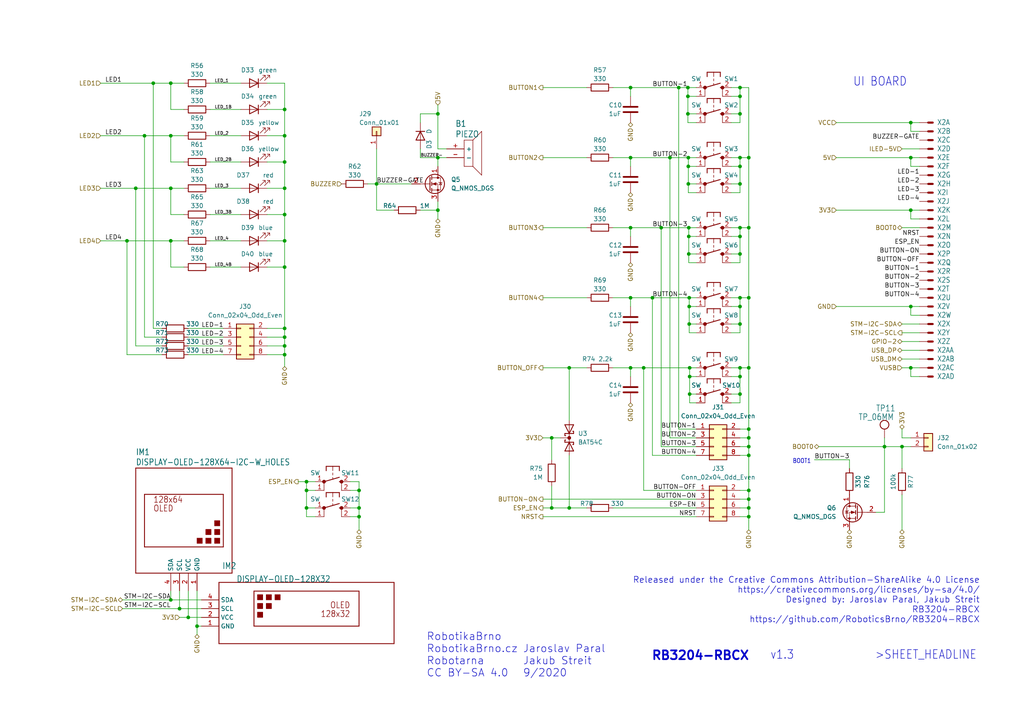
<source format=kicad_sch>
(kicad_sch (version 20211123) (generator eeschema)
  (paper "A4")
  (junction (at 57.15 181.61))
  (junction (at 104.14 149.86))
  (junction (at 217.17 66.04))
  (junction (at 182.88 25.4))
  (junction (at 182.88 106.68))
  (junction (at 256.54 129.54))
  (junction (at 214.63 27.94))
  (junction (at 214.63 33.02))
  (junction (at 191.77 66.04))
  (junction (at 189.23 86.36))
  (junction (at 199.517 25.4))
  (junction (at 199.771 68.58))
  (junction (at 82.55 100.33))
  (junction (at 217.17 142.24))
  (junction (at 165.1 147.32))
  (junction (at 200.025 109.22))
  (junction (at 217.17 86.36))
  (junction (at 199.898 88.9))
  (junction (at 199.898 93.98))
  (junction (at 82.55 102.87))
  (junction (at 88.9 147.32))
  (junction (at 214.63 86.36))
  (junction (at 196.85 25.4))
  (junction (at 182.88 66.04))
  (junction (at 82.55 31.75))
  (junction (at 214.63 48.26))
  (junction (at 165.1 106.68))
  (junction (at 200.025 114.3))
  (junction (at 199.644 53.34))
  (junction (at 82.55 54.61))
  (junction (at 104.14 147.32))
  (junction (at 82.55 77.47))
  (junction (at 39.37 54.61))
  (junction (at 214.63 66.04))
  (junction (at 264.16 88.9))
  (junction (at 36.83 69.85))
  (junction (at 49.53 173.99))
  (junction (at 200.025 106.68))
  (junction (at 199.771 73.66))
  (junction (at 109.22 53.34))
  (junction (at 82.55 97.79))
  (junction (at 214.63 45.72))
  (junction (at 127 60.96))
  (junction (at 214.63 88.9))
  (junction (at 199.644 48.26))
  (junction (at 186.69 106.68))
  (junction (at 182.88 45.72))
  (junction (at 217.17 106.68))
  (junction (at 214.63 68.58))
  (junction (at 88.9 139.7))
  (junction (at 214.63 114.3))
  (junction (at 199.517 27.94))
  (junction (at 82.55 46.99))
  (junction (at 217.17 132.08))
  (junction (at 199.898 86.36))
  (junction (at 41.91 39.37))
  (junction (at 214.63 53.34))
  (junction (at 217.17 144.78))
  (junction (at 214.63 106.68))
  (junction (at 82.55 39.37))
  (junction (at 127 33.02))
  (junction (at 264.16 35.56))
  (junction (at 49.53 54.61))
  (junction (at 82.55 69.85))
  (junction (at 264.16 45.72))
  (junction (at 52.07 176.53))
  (junction (at 199.517 33.02))
  (junction (at 82.55 62.23))
  (junction (at 49.53 24.13))
  (junction (at 217.17 147.32))
  (junction (at 264.16 60.96))
  (junction (at 49.53 69.85))
  (junction (at 104.14 142.24))
  (junction (at 44.45 24.13))
  (junction (at 194.31 45.72))
  (junction (at 88.9 142.24))
  (junction (at 160.02 127))
  (junction (at 264.16 106.68))
  (junction (at 49.53 39.37))
  (junction (at 214.63 73.66))
  (junction (at 214.63 25.4))
  (junction (at 217.17 129.54))
  (junction (at 199.771 66.04))
  (junction (at 127 45.72))
  (junction (at 160.02 147.32))
  (junction (at 217.17 127))
  (junction (at 261.62 129.54))
  (junction (at 217.17 149.86))
  (junction (at 182.88 86.36))
  (junction (at 54.61 179.07))
  (junction (at 217.17 45.72))
  (junction (at 214.63 109.22))
  (junction (at 199.644 45.72))
  (junction (at 217.17 124.46))
  (junction (at 214.63 93.98))
  (junction (at 82.55 95.25))
  (wire (pts (xy 182.88 66.04) (xy 191.77 66.04)))
  (wire (pts (xy 264.16 63.5) (xy 264.16 60.96)))
  (wire (pts (xy 109.22 53.34) (xy 119.38 53.34)))
  (wire (pts (xy 60.96 77.47) (xy 69.85 77.47)))
  (wire (pts (xy 60.96 54.61) (xy 69.85 54.61)))
  (wire (pts (xy 77.47 62.23) (xy 82.55 62.23)))
  (wire (pts (xy 182.88 86.36) (xy 189.23 86.36)))
  (wire (pts (xy 49.53 54.61) (xy 39.37 54.61)))
  (wire (pts (xy 212.09 33.02) (xy 214.63 33.02)))
  (wire (pts (xy 200.025 106.68) (xy 201.93 106.68)))
  (wire (pts (xy 170.18 106.68) (xy 165.1 106.68)))
  (wire (pts (xy 54.61 97.79) (xy 64.77 97.79)))
  (wire (pts (xy 60.96 31.75) (xy 69.85 31.75)))
  (wire (pts (xy 186.69 106.68) (xy 200.025 106.68)))
  (wire (pts (xy 186.69 142.24) (xy 201.93 142.24)))
  (wire (pts (xy 52.07 171.323) (xy 52.07 176.53)))
  (wire (pts (xy 77.47 46.99) (xy 82.55 46.99)))
  (wire (pts (xy 58.42 173.99) (xy 49.53 173.99)))
  (wire (pts (xy 214.63 73.66) (xy 214.63 68.58)))
  (wire (pts (xy 129.54 45.72) (xy 127 45.72)))
  (wire (pts (xy 199.517 35.56) (xy 199.517 33.02)))
  (wire (pts (xy 157.48 149.86) (xy 201.93 149.86)))
  (wire (pts (xy 266.7 48.26) (xy 264.16 48.26)))
  (wire (pts (xy 212.09 73.66) (xy 214.63 73.66)))
  (wire (pts (xy 212.09 48.26) (xy 214.63 48.26)))
  (wire (pts (xy 214.63 86.36) (xy 217.17 86.36)))
  (wire (pts (xy 214.63 45.72) (xy 217.17 45.72)))
  (wire (pts (xy 256.54 129.54) (xy 261.62 129.54)))
  (wire (pts (xy 101.6 142.24) (xy 104.14 142.24)))
  (wire (pts (xy 49.53 173.99) (xy 35.56 173.99)))
  (wire (pts (xy 191.77 129.54) (xy 191.77 66.04)))
  (wire (pts (xy 217.17 147.32) (xy 217.17 149.86)))
  (wire (pts (xy 201.93 27.94) (xy 199.517 27.94)))
  (wire (pts (xy 199.771 68.58) (xy 199.771 66.04)))
  (wire (pts (xy 191.77 129.54) (xy 201.93 129.54)))
  (wire (pts (xy 199.517 33.02) (xy 199.517 27.94)))
  (wire (pts (xy 217.17 45.72) (xy 217.17 66.04)))
  (wire (pts (xy 104.14 147.32) (xy 104.14 149.86)))
  (wire (pts (xy 39.37 54.61) (xy 39.37 100.33)))
  (wire (pts (xy 170.18 45.72) (xy 157.48 45.72)))
  (wire (pts (xy 264.16 109.22) (xy 264.16 106.68)))
  (wire (pts (xy 199.644 48.26) (xy 199.644 45.72)))
  (wire (pts (xy 88.9 139.7) (xy 86.487 139.7)))
  (wire (pts (xy 256.54 127) (xy 256.54 129.54)))
  (wire (pts (xy 109.22 60.96) (xy 109.22 53.34)))
  (wire (pts (xy 266.7 109.22) (xy 264.16 109.22)))
  (wire (pts (xy 77.47 54.61) (xy 82.55 54.61)))
  (wire (pts (xy 214.63 55.88) (xy 214.63 53.34)))
  (wire (pts (xy 242.57 60.96) (xy 264.16 60.96)))
  (wire (pts (xy 165.1 147.32) (xy 170.18 147.32)))
  (wire (pts (xy 214.63 53.34) (xy 214.63 48.26)))
  (wire (pts (xy 104.14 142.24) (xy 104.14 147.32)))
  (wire (pts (xy 82.55 39.37) (xy 82.55 46.99)))
  (wire (pts (xy 261.62 143.51) (xy 261.62 153.67)))
  (wire (pts (xy 212.09 96.52) (xy 214.63 96.52)))
  (wire (pts (xy 214.63 109.22) (xy 214.63 106.68)))
  (wire (pts (xy 54.61 171.323) (xy 54.61 179.07)))
  (wire (pts (xy 264.16 60.96) (xy 266.7 60.96)))
  (wire (pts (xy 121.92 60.96) (xy 127 60.96)))
  (wire (pts (xy 57.15 181.61) (xy 57.15 184.023)))
  (wire (pts (xy 186.69 142.24) (xy 186.69 106.68)))
  (wire (pts (xy 170.18 25.4) (xy 157.48 25.4)))
  (wire (pts (xy 261.62 129.54) (xy 264.16 129.54)))
  (wire (pts (xy 201.93 73.66) (xy 199.771 73.66)))
  (wire (pts (xy 36.83 69.85) (xy 29.21 69.85)))
  (wire (pts (xy 196.85 124.46) (xy 201.93 124.46)))
  (wire (pts (xy 41.91 39.37) (xy 29.21 39.37)))
  (wire (pts (xy 39.37 54.61) (xy 29.21 54.61)))
  (wire (pts (xy 266.7 93.98) (xy 261.62 93.98)))
  (wire (pts (xy 49.53 77.47) (xy 49.53 69.85)))
  (wire (pts (xy 264.16 91.44) (xy 264.16 88.9)))
  (wire (pts (xy 157.48 147.32) (xy 160.02 147.32)))
  (wire (pts (xy 82.55 77.47) (xy 82.55 95.25)))
  (wire (pts (xy 53.34 62.23) (xy 49.53 62.23)))
  (wire (pts (xy 49.53 171.323) (xy 49.53 173.99)))
  (wire (pts (xy 201.93 55.88) (xy 199.644 55.88)))
  (wire (pts (xy 199.771 66.04) (xy 201.93 66.04)))
  (wire (pts (xy 127 58.42) (xy 127 60.96)))
  (wire (pts (xy 242.57 35.56) (xy 264.16 35.56)))
  (wire (pts (xy 201.93 35.56) (xy 199.517 35.56)))
  (wire (pts (xy 236.22 133.35) (xy 246.38 133.35)))
  (wire (pts (xy 201.93 33.02) (xy 199.517 33.02)))
  (wire (pts (xy 266.7 106.68) (xy 264.16 106.68)))
  (wire (pts (xy 201.93 53.34) (xy 199.644 53.34)))
  (wire (pts (xy 266.7 99.06) (xy 261.62 99.06)))
  (wire (pts (xy 60.96 39.37) (xy 69.85 39.37)))
  (wire (pts (xy 196.85 124.46) (xy 196.85 25.4)))
  (wire (pts (xy 201.93 88.9) (xy 199.898 88.9)))
  (wire (pts (xy 199.644 55.88) (xy 199.644 53.34)))
  (wire (pts (xy 77.47 77.47) (xy 82.55 77.47)))
  (wire (pts (xy 217.17 132.08) (xy 217.17 142.24)))
  (wire (pts (xy 201.93 93.98) (xy 199.898 93.98)))
  (wire (pts (xy 101.6 139.7) (xy 104.14 139.7)))
  (wire (pts (xy 199.644 53.34) (xy 199.644 48.26)))
  (wire (pts (xy 121.92 45.72) (xy 127 45.72)))
  (wire (pts (xy 214.63 129.54) (xy 217.17 129.54)))
  (wire (pts (xy 212.09 55.88) (xy 214.63 55.88)))
  (wire (pts (xy 77.47 97.79) (xy 82.55 97.79)))
  (wire (pts (xy 264.16 106.68) (xy 261.62 106.68)))
  (wire (pts (xy 88.9 147.32) (xy 88.9 142.24)))
  (wire (pts (xy 194.31 127) (xy 201.93 127)))
  (wire (pts (xy 264.16 45.72) (xy 266.7 45.72)))
  (wire (pts (xy 77.47 102.87) (xy 82.55 102.87)))
  (wire (pts (xy 214.63 114.3) (xy 214.63 109.22)))
  (wire (pts (xy 199.644 45.72) (xy 201.93 45.72)))
  (wire (pts (xy 266.7 38.1) (xy 264.16 38.1)))
  (wire (pts (xy 212.09 76.2) (xy 214.63 76.2)))
  (wire (pts (xy 160.02 127) (xy 162.56 127)))
  (wire (pts (xy 217.17 66.04) (xy 217.17 86.36)))
  (wire (pts (xy 106.68 53.34) (xy 109.22 53.34)))
  (wire (pts (xy 165.1 121.92) (xy 165.1 106.68)))
  (wire (pts (xy 77.47 39.37) (xy 82.55 39.37)))
  (wire (pts (xy 214.63 116.84) (xy 214.63 114.3)))
  (wire (pts (xy 189.23 132.08) (xy 201.93 132.08)))
  (wire (pts (xy 201.93 48.26) (xy 199.644 48.26)))
  (wire (pts (xy 58.42 181.61) (xy 57.15 181.61)))
  (wire (pts (xy 200.025 109.22) (xy 200.025 106.68)))
  (wire (pts (xy 182.88 106.68) (xy 186.69 106.68)))
  (wire (pts (xy 157.48 106.68) (xy 165.1 106.68)))
  (wire (pts (xy 217.17 142.24) (xy 217.17 144.78)))
  (wire (pts (xy 82.55 69.85) (xy 82.55 77.47)))
  (wire (pts (xy 212.09 53.34) (xy 214.63 53.34)))
  (wire (pts (xy 182.88 27.94) (xy 182.88 25.4)))
  (wire (pts (xy 101.6 147.32) (xy 104.14 147.32)))
  (wire (pts (xy 182.88 48.26) (xy 182.88 45.72)))
  (wire (pts (xy 212.09 86.36) (xy 214.63 86.36)))
  (wire (pts (xy 82.55 24.13) (xy 82.55 31.75)))
  (wire (pts (xy 58.42 176.53) (xy 52.07 176.53)))
  (wire (pts (xy 53.34 77.47) (xy 49.53 77.47)))
  (wire (pts (xy 54.61 95.25) (xy 64.77 95.25)))
  (wire (pts (xy 121.92 33.02) (xy 127 33.02)))
  (wire (pts (xy 264.16 35.56) (xy 266.7 35.56)))
  (wire (pts (xy 217.17 106.68) (xy 217.17 124.46)))
  (wire (pts (xy 214.63 35.56) (xy 214.63 33.02)))
  (wire (pts (xy 157.48 144.78) (xy 201.93 144.78)))
  (wire (pts (xy 127 60.96) (xy 127 63.5)))
  (wire (pts (xy 217.17 25.4) (xy 217.17 45.72)))
  (wire (pts (xy 212.09 109.22) (xy 214.63 109.22)))
  (wire (pts (xy 214.63 66.04) (xy 217.17 66.04)))
  (wire (pts (xy 91.44 149.86) (xy 88.9 149.86)))
  (wire (pts (xy 127 33.02) (xy 127 43.18)))
  (wire (pts (xy 266.7 63.5) (xy 264.16 63.5)))
  (wire (pts (xy 177.8 25.4) (xy 182.88 25.4)))
  (wire (pts (xy 214.63 132.08) (xy 217.17 132.08)))
  (wire (pts (xy 214.63 27.94) (xy 214.63 25.4)))
  (wire (pts (xy 201.93 109.22) (xy 200.025 109.22)))
  (wire (pts (xy 53.34 39.37) (xy 49.53 39.37)))
  (wire (pts (xy 52.07 176.53) (xy 35.56 176.53)))
  (wire (pts (xy 170.18 86.36) (xy 157.48 86.36)))
  (wire (pts (xy 91.44 147.32) (xy 88.9 147.32)))
  (wire (pts (xy 214.63 25.4) (xy 217.17 25.4)))
  (wire (pts (xy 266.7 96.52) (xy 261.62 96.52)))
  (wire (pts (xy 82.55 46.99) (xy 82.55 54.61)))
  (wire (pts (xy 212.09 93.98) (xy 214.63 93.98)))
  (wire (pts (xy 264.16 38.1) (xy 264.16 35.56)))
  (wire (pts (xy 212.09 45.72) (xy 214.63 45.72)))
  (wire (pts (xy 54.61 100.33) (xy 64.77 100.33)))
  (wire (pts (xy 82.55 62.23) (xy 82.55 69.85)))
  (wire (pts (xy 49.53 39.37) (xy 41.91 39.37)))
  (wire (pts (xy 214.63 149.86) (xy 217.17 149.86)))
  (wire (pts (xy 212.09 106.68) (xy 214.63 106.68)))
  (wire (pts (xy 214.63 76.2) (xy 214.63 73.66)))
  (wire (pts (xy 44.45 24.13) (xy 29.21 24.13)))
  (wire (pts (xy 160.02 140.97) (xy 160.02 147.32)))
  (wire (pts (xy 165.1 132.08) (xy 165.1 147.32)))
  (wire (pts (xy 261.62 129.54) (xy 261.62 135.89)))
  (wire (pts (xy 177.8 45.72) (xy 182.88 45.72)))
  (wire (pts (xy 214.63 96.52) (xy 214.63 93.98)))
  (wire (pts (xy 104.14 139.7) (xy 104.14 142.24)))
  (wire (pts (xy 46.99 100.33) (xy 39.37 100.33)))
  (wire (pts (xy 160.02 147.32) (xy 165.1 147.32)))
  (wire (pts (xy 199.898 86.36) (xy 201.93 86.36)))
  (wire (pts (xy 177.8 106.68) (xy 182.88 106.68)))
  (wire (pts (xy 266.7 43.18) (xy 261.62 43.18)))
  (wire (pts (xy 82.55 31.75) (xy 82.55 39.37)))
  (wire (pts (xy 214.63 88.9) (xy 214.63 86.36)))
  (wire (pts (xy 53.34 24.13) (xy 49.53 24.13)))
  (wire (pts (xy 157.48 127) (xy 160.02 127)))
  (wire (pts (xy 266.7 101.6) (xy 261.62 101.6)))
  (wire (pts (xy 212.09 68.58) (xy 214.63 68.58)))
  (wire (pts (xy 199.898 93.98) (xy 199.898 88.9)))
  (wire (pts (xy 82.55 95.25) (xy 82.55 97.79)))
  (wire (pts (xy 212.09 35.56) (xy 214.63 35.56)))
  (wire (pts (xy 60.96 46.99) (xy 69.85 46.99)))
  (wire (pts (xy 49.53 31.75) (xy 49.53 24.13)))
  (wire (pts (xy 212.09 114.3) (xy 214.63 114.3)))
  (wire (pts (xy 201.93 114.3) (xy 200.025 114.3)))
  (wire (pts (xy 77.47 100.33) (xy 82.55 100.33)))
  (wire (pts (xy 160.02 133.35) (xy 160.02 127)))
  (wire (pts (xy 266.7 66.04) (xy 261.62 66.04)))
  (wire (pts (xy 254 148.59) (xy 256.54 148.59)))
  (wire (pts (xy 77.47 69.85) (xy 82.55 69.85)))
  (wire (pts (xy 82.55 100.33) (xy 82.55 102.87)))
  (wire (pts (xy 199.517 27.94) (xy 199.517 25.4)))
  (wire (pts (xy 54.61 102.87) (xy 64.77 102.87)))
  (wire (pts (xy 201.93 116.84) (xy 200.025 116.84)))
  (wire (pts (xy 214.63 147.32) (xy 217.17 147.32)))
  (wire (pts (xy 127 30.48) (xy 127 33.02)))
  (wire (pts (xy 212.09 27.94) (xy 214.63 27.94)))
  (wire (pts (xy 242.57 88.9) (xy 264.16 88.9)))
  (wire (pts (xy 182.88 106.68) (xy 182.88 109.22)))
  (wire (pts (xy 77.47 24.13) (xy 82.55 24.13)))
  (wire (pts (xy 201.93 68.58) (xy 199.771 68.58)))
  (wire (pts (xy 214.63 142.24) (xy 217.17 142.24)))
  (wire (pts (xy 60.96 62.23) (xy 69.85 62.23)))
  (wire (pts (xy 182.88 88.9) (xy 182.88 86.36)))
  (wire (pts (xy 200.025 114.3) (xy 200.025 109.22)))
  (wire (pts (xy 189.23 86.36) (xy 199.898 86.36)))
  (wire (pts (xy 217.17 86.36) (xy 217.17 106.68)))
  (wire (pts (xy 191.77 66.04) (xy 199.771 66.04)))
  (wire (pts (xy 177.8 66.04) (xy 182.88 66.04)))
  (wire (pts (xy 52.07 179.07) (xy 54.61 179.07)))
  (wire (pts (xy 170.18 66.04) (xy 157.48 66.04)))
  (wire (pts (xy 214.63 144.78) (xy 217.17 144.78)))
  (wire (pts (xy 104.14 149.86) (xy 104.14 153.67)))
  (wire (pts (xy 54.61 179.07) (xy 58.42 179.07)))
  (wire (pts (xy 214.63 33.02) (xy 214.63 27.94)))
  (wire (pts (xy 212.09 66.04) (xy 214.63 66.04)))
  (wire (pts (xy 53.34 69.85) (xy 49.53 69.85)))
  (wire (pts (xy 127 45.72) (xy 127 48.26)))
  (wire (pts (xy 200.025 116.84) (xy 200.025 114.3)))
  (wire (pts (xy 201.93 76.2) (xy 199.771 76.2)))
  (wire (pts (xy 194.31 127) (xy 194.31 45.72)))
  (wire (pts (xy 261.62 124.46) (xy 261.62 127)))
  (wire (pts (xy 121.92 33.02) (xy 121.92 35.56)))
  (wire (pts (xy 57.15 171.323) (xy 57.15 181.61)))
  (wire (pts (xy 44.45 24.13) (xy 44.45 95.25)))
  (wire (pts (xy 60.96 69.85) (xy 69.85 69.85)))
  (wire (pts (xy 246.38 133.35) (xy 246.38 135.89)))
  (wire (pts (xy 196.85 25.4) (xy 199.517 25.4)))
  (wire (pts (xy 266.7 104.14) (xy 261.62 104.14)))
  (wire (pts (xy 194.31 45.72) (xy 199.644 45.72)))
  (wire (pts (xy 109.22 60.96) (xy 114.3 60.96)))
  (wire (pts (xy 212.09 25.4) (xy 214.63 25.4)))
  (wire (pts (xy 121.92 43.18) (xy 121.92 45.72)))
  (wire (pts (xy 129.54 43.18) (xy 127 43.18)))
  (wire (pts (xy 82.55 97.79) (xy 82.55 100.33)))
  (wire (pts (xy 264.16 48.26) (xy 264.16 45.72)))
  (wire (pts (xy 182.88 25.4) (xy 196.85 25.4)))
  (wire (pts (xy 217.17 129.54) (xy 217.17 132.08)))
  (wire (pts (xy 266.7 91.44) (xy 264.16 91.44)))
  (wire (pts (xy 212.09 116.84) (xy 214.63 116.84)))
  (wire (pts (xy 91.44 139.7) (xy 88.9 139.7)))
  (wire (pts (xy 214.63 127) (xy 217.17 127)))
  (wire (pts (xy 201.93 96.52) (xy 199.898 96.52)))
  (wire (pts (xy 199.517 25.4) (xy 201.93 25.4)))
  (wire (pts (xy 46.99 102.87) (xy 36.83 102.87)))
  (wire (pts (xy 199.771 76.2) (xy 199.771 73.66)))
  (wire (pts (xy 217.17 124.46) (xy 217.17 127)))
  (wire (pts (xy 214.63 68.58) (xy 214.63 66.04)))
  (wire (pts (xy 53.34 31.75) (xy 49.53 31.75)))
  (wire (pts (xy 217.17 149.86) (xy 217.17 153.67)))
  (wire (pts (xy 36.83 69.85) (xy 36.83 102.87)))
  (wire (pts (xy 217.17 144.78) (xy 217.17 147.32)))
  (wire (pts (xy 237.49 129.54) (xy 256.54 129.54)))
  (wire (pts (xy 177.8 86.36) (xy 182.88 86.36)))
  (wire (pts (xy 49.53 69.85) (xy 36.83 69.85)))
  (wire (pts (xy 77.47 31.75) (xy 82.55 31.75)))
  (wire (pts (xy 264.16 88.9) (xy 266.7 88.9)))
  (wire (pts (xy 199.898 88.9) (xy 199.898 86.36)))
  (wire (pts (xy 46.99 97.79) (xy 41.91 97.79)))
  (wire (pts (xy 49.53 24.13) (xy 44.45 24.13)))
  (wire (pts (xy 182.88 45.72) (xy 194.31 45.72)))
  (wire (pts (xy 41.91 39.37) (xy 41.91 97.79)))
  (wire (pts (xy 53.34 46.99) (xy 49.53 46.99)))
  (wire (pts (xy 46.99 95.25) (xy 44.45 95.25)))
  (wire (pts (xy 217.17 127) (xy 217.17 129.54)))
  (wire (pts (xy 214.63 106.68) (xy 217.17 106.68)))
  (wire (pts (xy 182.88 68.58) (xy 182.88 66.04)))
  (wire (pts (xy 49.53 46.99) (xy 49.53 39.37)))
  (wire (pts (xy 101.6 149.86) (xy 104.14 149.86)))
  (wire (pts (xy 49.53 62.23) (xy 49.53 54.61)))
  (wire (pts (xy 53.34 54.61) (xy 49.53 54.61)))
  (wire (pts (xy 212.09 88.9) (xy 214.63 88.9)))
  (wire (pts (xy 214.63 48.26) (xy 214.63 45.72)))
  (wire (pts (xy 82.55 102.87) (xy 82.55 106.299)))
  (wire (pts (xy 256.54 148.59) (xy 256.54 129.54)))
  (wire (pts (xy 214.63 93.98) (xy 214.63 88.9)))
  (wire (pts (xy 109.22 53.34) (xy 109.22 43.18)))
  (wire (pts (xy 199.898 96.52) (xy 199.898 93.98)))
  (wire (pts (xy 242.57 45.72) (xy 264.16 45.72)))
  (wire (pts (xy 177.8 147.32) (xy 201.93 147.32)))
  (wire (pts (xy 189.23 132.08) (xy 189.23 86.36)))
  (wire (pts (xy 91.44 142.24) (xy 88.9 142.24)))
  (wire (pts (xy 82.55 54.61) (xy 82.55 62.23)))
  (wire (pts (xy 214.63 124.46) (xy 217.17 124.46)))
  (wire (pts (xy 88.9 147.32) (xy 88.9 149.86)))
  (wire (pts (xy 77.47 95.25) (xy 82.55 95.25)))
  (wire (pts (xy 199.771 73.66) (xy 199.771 68.58)))
  (wire (pts (xy 88.9 142.24) (xy 88.9 139.7)))
  (wire (pts (xy 60.96 24.13) (xy 69.85 24.13)))
  (wire (pts (xy 261.62 127) (xy 264.16 127)))
  (text "Released under the Creative Commons Attribution-ShareAlike 4.0 License\nhttps://creativecommons.org/licenses/by-sa/4.0/\nDesigned by: Jaroslav Paral, Jakub Streit\nRB3204-RBCX\nhttps://github.com/RoboticsBrno/RB3204-RBCX" (at 284.226 180.848 180) (effects (font (size 1.778 1.778)) (justify right bottom)))
  (text "BOOT1" (at 229.87 134.62 180) (effects (font (size 1.27 1.0795)) (justify left bottom)))
  (text "Jaroslav Paral\nJakub Streit\n9/2020" (at 151.638 196.596 180) (effects (font (size 2.1844 2.1844)) (justify left bottom)))
  (text ">SHEET_HEADLINE" (at 253.746 191.516 180) (effects (font (size 2.54 2.159)) (justify left bottom)))
  (text "UI BOARD" (at 247.396 25.273 180) (effects (font (size 2.54 2.159)) (justify left bottom)))
  (text "v1.3" (at 223.393 191.516 180) (effects (font (size 2.54 2.159)) (justify left bottom)))
  (text "RobotikaBrno\nRobotikaBrno.cz\nRobotarna\nCC BY-SA 4.0" (at 123.698 196.596 180) (effects (font (size 2.1844 2.1844)) (justify left bottom)))
  (text "RB3204-RBCX" (at 188.849 191.77 180) (effects (font (size 2.54 2.54) (thickness 0.508) bold) (justify left bottom)))
  (label "LED_3B" (at 62.23 62.23 0) (effects (font (size 0.889 0.889))))
  (label "BUTTON-1" (at 266.7 78.74 180))
  (label "NRST" (at 266.7 68.58 180))
  (label "LED4" (at 30.48 69.85 0))
  (label "LED_2B" (at 62.23 46.99 0) (effects (font (size 0.889 0.889))))
  (label "LED-3" (at 266.7 55.88 180))
  (label "BUTTON-4" (at 266.7 86.36 180))
  (label "LED-2" (at 58.42 97.79 0))
  (label "LED_2" (at 62.23 39.37 0) (effects (font (size 0.889 0.889))))
  (label "LED_3" (at 62.23 54.61 0) (effects (font (size 0.889 0.889))))
  (label "LED-4" (at 58.42 102.87 0))
  (label "BUTTON-3" (at 189.23 66.04 0))
  (label "BUTTON-2" (at 266.7 81.28 180))
  (label "LED_4" (at 62.23 69.85 0) (effects (font (size 0.889 0.889))))
  (label "BUZZER-GATE" (at 266.7 40.64 180))
  (label "BUZZER-GATE" (at 109.22 53.34 0))
  (label "BUTTON-2" (at 201.93 127 180))
  (label "BUTTON-2" (at 189.23 45.72 0))
  (label "LED-2" (at 266.7 53.34 180))
  (label "BUTTON-3" (at 201.93 129.54 180))
  (label "BUTTON-4" (at 189.23 86.36 0))
  (label "STM-I2C-SCL" (at 49.53 176.53 180))
  (label "LED-4" (at 266.7 58.42 180))
  (label "BUZZER-" (at 121.92 45.72 0) (effects (font (size 0.889 0.889))))
  (label "LED_4B" (at 62.23 77.47 0) (effects (font (size 0.889 0.889))))
  (label "LED_1B" (at 62.23 31.75 0) (effects (font (size 0.889 0.889))))
  (label "BUTTON-3" (at 266.7 83.82 180))
  (label "BUTTON-3" (at 236.22 133.35 0))
  (label "ESP_EN" (at 266.7 71.12 180))
  (label "LED2" (at 30.48 39.37 0))
  (label "ESP-EN" (at 201.93 147.32 180))
  (label "BUTTON-OFF" (at 201.93 142.24 180))
  (label "LED_1" (at 62.23 24.13 0) (effects (font (size 0.889 0.889))))
  (label "NRST" (at 201.93 149.86 180))
  (label "LED3" (at 30.48 54.61 0))
  (label "LED-1" (at 266.7 50.8 180))
  (label "BUTTON-OFF" (at 266.7 76.2 180))
  (label "STM-I2C-SDA" (at 49.53 173.99 180))
  (label "BUTTON-ON" (at 201.93 144.78 180))
  (label "LED1" (at 30.48 24.13 0))
  (label "BUTTON-ON" (at 266.7 73.66 180))
  (label "LED-3" (at 58.42 100.33 0))
  (label "BUTTON-1" (at 189.23 25.4 0))
  (label "LED-1" (at 58.42 95.25 0))
  (label "BUTTON-1" (at 201.93 124.46 180))
  (label "BUTTON-4" (at 201.93 132.08 180))
  (hierarchical_label "BUTTON3" (shape output) (at 157.48 66.04 180))
  (hierarchical_label "GND" (shape bidirectional) (at 182.88 35.56 270))
  (hierarchical_label "GND" (shape input) (at 242.57 88.9 180))
  (hierarchical_label "5V" (shape input) (at 127 30.48 90))
  (hierarchical_label "BUTTON4" (shape output) (at 157.48 86.36 180))
  (hierarchical_label "GND" (shape bidirectional) (at 261.62 153.67 270))
  (hierarchical_label "LED3" (shape input) (at 29.21 54.61 180))
  (hierarchical_label "USB_DM" (shape bidirectional) (at 261.62 104.14 180))
  (hierarchical_label "GND" (shape bidirectional) (at 217.17 153.67 270))
  (hierarchical_label "ILED-5V" (shape input) (at 261.62 43.18 180))
  (hierarchical_label "GND" (shape bidirectional) (at 127 63.5 270))
  (hierarchical_label "LED1" (shape input) (at 29.21 24.13 180))
  (hierarchical_label "BUTTON2" (shape output) (at 157.48 45.72 180))
  (hierarchical_label "GPIO-2" (shape bidirectional) (at 261.62 99.06 180))
  (hierarchical_label "BUTTON_OFF" (shape output) (at 157.48 106.68 180))
  (hierarchical_label "BUZZER" (shape input) (at 99.06 53.34 180))
  (hierarchical_label "3V3" (shape input) (at 157.48 127 180))
  (hierarchical_label "3V3" (shape input) (at 52.07 179.07 180))
  (hierarchical_label "GND" (shape bidirectional) (at 182.88 55.88 270))
  (hierarchical_label "ESP_EN" (shape output) (at 86.487 139.7 180))
  (hierarchical_label "LED4" (shape input) (at 29.21 69.85 180))
  (hierarchical_label "ESP_EN" (shape output) (at 157.48 147.32 180))
  (hierarchical_label "VUSB" (shape input) (at 261.62 106.68 180))
  (hierarchical_label "VCC" (shape input) (at 242.57 35.56 180))
  (hierarchical_label "BOOT0" (shape bidirectional) (at 237.49 129.54 180))
  (hierarchical_label "BUTTON1" (shape output) (at 157.48 25.4 180))
  (hierarchical_label "BUTTON-ON" (shape output) (at 157.48 144.78 180))
  (hierarchical_label "GND" (shape bidirectional) (at 182.88 96.52 270))
  (hierarchical_label "NRST" (shape output) (at 157.48 149.86 180))
  (hierarchical_label "5V" (shape input) (at 242.57 45.72 180))
  (hierarchical_label "GND" (shape bidirectional) (at 182.88 76.2 270))
  (hierarchical_label "LED2" (shape input) (at 29.21 39.37 180))
  (hierarchical_label "3V3" (shape input) (at 242.57 60.96 180))
  (hierarchical_label "GND" (shape bidirectional) (at 57.15 184.023 270))
  (hierarchical_label "STM-I2C-SDA" (shape bidirectional) (at 261.62 93.98 180))
  (hierarchical_label "GND" (shape bidirectional) (at 104.14 153.67 270))
  (hierarchical_label "GND" (shape bidirectional) (at 82.55 106.299 270))
  (hierarchical_label "GND" (shape bidirectional) (at 246.38 153.67 270))
  (hierarchical_label "3V3" (shape bidirectional) (at 261.62 124.46 90))
  (hierarchical_label "STM-I2C-SDA" (shape bidirectional) (at 35.56 173.99 180))
  (hierarchical_label "STM-I2C-SCL" (shape output) (at 261.62 96.52 180))
  (hierarchical_label "USB_DP" (shape bidirectional) (at 261.62 101.6 180))
  (hierarchical_label "STM-I2C-SCL" (shape input) (at 35.56 176.53 180))
  (hierarchical_label "BOOT0" (shape bidirectional) (at 261.62 66.04 180))
  (hierarchical_label "GND" (shape bidirectional) (at 182.88 116.84 270))
  (symbol (lib_id "RBCX-eagle-import:52559-3092") (at 269.24 88.9 0) (unit 22)
    (property "Reference" "X2" (at 271.78 89.662 0) (effects (font (size 1.524 1.2954)) (justify left bottom)))
    (property "Value" "52559-3092" (effects hide))
    (property "Footprint" "RBCX:52559-3092" (effects hide))
    (property "JLCPCB_IGNORE" "1" (effects hide))
  )
  (symbol (lib_id "RBCX-eagle-import:52559-3092") (at 269.24 43.18 0) (unit 4)
    (property "Reference" "X2" (at 271.78 43.942 0) (effects (font (size 1.524 1.2954)) (justify left bottom)))
    (property "Value" "52559-3092" (effects hide))
    (property "Footprint" "RBCX:52559-3092" (effects hide))
    (property "JLCPCB_IGNORE" "1" (effects hide))
  )
  (symbol (lib_id "RBCX:SW") (at 207.01 53.34 270) (unit 1)
    (property "Reference" "SW4" (at 212.09 50.8 90))
    (property "Value" "SW" (at 201.93 50.8 90))
    (property "Footprint" "RBCX:SW" (effects hide))
    (property "Datasheet" "https://datasheet.lcsc.com/lcsc/2002271431_XKB-Connectivity-TS-1187A-B-A-B_C318884.pdf" (effects hide))
    (property "LCSC" "C318884" (effects hide))
    (property "Basic/Extended" "B" (effects hide))
  )
  (symbol (lib_id "RBCX-eagle-import:52559-3092") (at 269.24 58.42 0) (unit 10)
    (property "Reference" "X2" (at 271.78 59.182 0) (effects (font (size 1.524 1.2954)) (justify left bottom)))
    (property "Value" "52559-3092" (effects hide))
    (property "Footprint" "RBCX:52559-3092" (effects hide))
    (property "JLCPCB_IGNORE" "1" (effects hide))
  )
  (symbol (lib_id "Connector_Generic:Conn_01x01") (at 109.22 38.1 90) (unit 1)
    (property "Reference" "J29" (at 104.14 33.02 90) (effects (justify right)))
    (property "Value" "Conn_01x01" (at 104.14 35.56 90) (effects (justify right)))
    (property "Footprint" "Connector_PinSocket_2.54mm:PinSocket_1x01_P2.54mm_Vertical" (effects hide))
    (property "JLCPCB_IGNORE" "1" (effects hide))
  )
  (symbol (lib_id "RBCX:SW") (at 207.01 73.66 270) (unit 1)
    (property "Reference" "SW6" (at 212.09 71.12 90))
    (property "Value" "SW" (at 201.93 71.12 90))
    (property "Footprint" "RBCX:SW" (effects hide))
    (property "Datasheet" "https://datasheet.lcsc.com/lcsc/2002271431_XKB-Connectivity-TS-1187A-B-A-B_C318884.pdf" (effects hide))
    (property "LCSC" "C318884" (effects hide))
    (property "Basic/Extended" "B" (effects hide))
  )
  (symbol (lib_id "RBCX-eagle-import:52559-3092") (at 269.24 83.82 0) (unit 20)
    (property "Reference" "X2" (at 271.78 84.582 0) (effects (font (size 1.524 1.2954)) (justify left bottom)))
    (property "Value" "52559-3092" (effects hide))
    (property "Footprint" "RBCX:52559-3092" (effects hide))
    (property "JLCPCB_IGNORE" "1" (effects hide))
  )
  (symbol (lib_id "RBCX-eagle-import:52559-3092") (at 269.24 55.88 0) (unit 9)
    (property "Reference" "X2" (at 271.78 56.642 0) (effects (font (size 1.524 1.2954)) (justify left bottom)))
    (property "Value" "52559-3092" (effects hide))
    (property "Footprint" "RBCX:52559-3092" (effects hide))
    (property "JLCPCB_IGNORE" "1" (effects hide))
  )
  (symbol (lib_id "Device:R") (at 57.15 54.61 90) (unit 1)
    (property "Reference" "R63" (at 57.15 49.53 90))
    (property "Value" "330" (at 57.15 52.07 90))
    (property "Footprint" "Capacitor_SMD:C_0201_0603Metric" (effects hide))
    (property "LCSC" "C473445" (effects hide))
    (property "Basic/Extended" "E" (effects hide))
  )
  (symbol (lib_id "Device:R") (at 102.87 53.34 90) (unit 1)
    (property "Reference" "R62" (at 102.87 48.26 90))
    (property "Value" "330" (at 102.87 50.8 90))
    (property "Footprint" "Capacitor_SMD:C_0201_0603Metric" (effects hide))
    (property "LCSC" "C473445" (effects hide))
    (property "Basic/Extended" "E" (effects hide))
  )
  (symbol (lib_id "Device:LED") (at 73.66 54.61 180) (unit 1)
    (property "Reference" "D37" (at 68.58 50.8 0) (effects (justify right)))
    (property "Value" "red" (at 76.2 50.8 0) (effects (justify right)))
    (property "Footprint" "LED_SMD:LED_0603_1608Metric" (effects hide))
    (property "LCSC" "C2286" (effects hide))
    (property "Basic/Extended" "B" (effects hide))
  )
  (symbol (lib_id "RBCX-eagle-import:52559-3092") (at 269.24 60.96 0) (unit 11)
    (property "Reference" "X2" (at 271.78 61.722 0) (effects (font (size 1.524 1.2954)) (justify left bottom)))
    (property "Value" "52559-3092" (effects hide))
    (property "Footprint" "RBCX:52559-3092" (effects hide))
    (property "JLCPCB_IGNORE" "1" (effects hide))
  )
  (symbol (lib_id "Device:R") (at 246.38 139.7 0) (mirror x) (unit 1)
    (property "Reference" "R76" (at 251.46 139.7 90))
    (property "Value" "330" (at 248.92 139.7 90))
    (property "Footprint" "Capacitor_SMD:C_0201_0603Metric" (effects hide))
    (property "LCSC" "C473445" (effects hide))
    (property "Basic/Extended" "E" (effects hide))
  )
  (symbol (lib_id "Device:LED") (at 73.66 77.47 180) (unit 1)
    (property "Reference" "D40" (at 69.85 73.66 0) (effects (justify right)))
    (property "Value" "blue" (at 74.93 73.66 0) (effects (justify right)))
    (property "Footprint" "LED_SMD:LED_0603_1608Metric" (effects hide))
    (property "LCSC" "C72041" (effects hide))
    (property "Basic/Extended" "B" (effects hide))
  )
  (symbol (lib_id "Device:C") (at 182.88 72.39 0) (unit 1)
    (property "Reference" "C12" (at 176.53 71.12 0) (effects (justify left)))
    (property "Value" "1uF" (at 176.53 73.66 0) (effects (justify left)))
    (property "Footprint" "Resistor_SMD:R_0402_1005Metric" (effects hide))
    (property "LCSC" "C52923" (effects hide))
    (property "Basic/Extended" "B" (effects hide))
  )
  (symbol (lib_id "RBCX-eagle-import:52559-3092") (at 269.24 78.74 0) (unit 18)
    (property "Reference" "X2" (at 271.78 79.502 0) (effects (font (size 1.524 1.2954)) (justify left bottom)))
    (property "Value" "52559-3092" (effects hide))
    (property "Footprint" "RBCX:52559-3092" (effects hide))
    (property "JLCPCB_IGNORE" "1" (effects hide))
  )
  (symbol (lib_id "RBCX:SW") (at 207.01 106.68 270) (unit 1)
    (property "Reference" "SW9" (at 212.09 104.14 90))
    (property "Value" "SW" (at 201.93 104.14 90))
    (property "Footprint" "RBCX:SW" (effects hide))
    (property "Datasheet" "https://datasheet.lcsc.com/lcsc/2002271431_XKB-Connectivity-TS-1187A-B-A-B_C318884.pdf" (effects hide))
    (property "LCSC" "C318884" (effects hide))
    (property "Basic/Extended" "B" (effects hide))
  )
  (symbol (lib_id "Connector_Generic:Conn_02x04_Odd_Even") (at 207.01 144.78 0) (unit 1)
    (property "Reference" "J33" (at 208.28 135.89 0))
    (property "Value" "Conn_02x04_Odd_Even" (at 208.28 138.43 0))
    (property "Footprint" "RBCX:PinHeader_2x04_P2.54mm_Vertical" (effects hide))
    (property "LCSC" "C124386" (effects hide))
    (property "Basic/Extended" "E" (effects hide))
    (property "JLCPCB_CORRECTION" "1.27;-3.81;90" (effects hide))
  )
  (symbol (lib_id "RBCX:SW") (at 207.01 93.98 270) (unit 1)
    (property "Reference" "SW8" (at 212.09 91.44 90))
    (property "Value" "SW" (at 201.93 91.44 90))
    (property "Footprint" "RBCX:SW" (effects hide))
    (property "Datasheet" "https://datasheet.lcsc.com/lcsc/2002271431_XKB-Connectivity-TS-1187A-B-A-B_C318884.pdf" (effects hide))
    (property "LCSC" "C318884" (effects hide))
    (property "Basic/Extended" "B" (effects hide))
  )
  (symbol (lib_id "Device:R") (at 160.02 137.16 0) (mirror y) (unit 1)
    (property "Reference" "R75" (at 157.48 135.8899 0) (effects (justify left)))
    (property "Value" "1M" (at 157.48 138.4299 0) (effects (justify left)))
    (property "Footprint" "Resistor_SMD:R_0201_0603Metric" (effects hide))
    (property "LCSC" "C473482" (effects hide))
    (property "Basic/Extended" "E" (effects hide))
  )
  (symbol (lib_id "RBCX-eagle-import:52559-3092") (at 269.24 35.56 0) (unit 1)
    (property "Reference" "X2" (at 271.78 36.322 0) (effects (font (size 1.524 1.2954)) (justify left bottom)))
    (property "Value" "52559-3092" (effects hide))
    (property "Footprint" "RBCX:52559-3092" (effects hide))
    (property "JLCPCB_IGNORE" "1" (effects hide))
  )
  (symbol (lib_id "Device:C") (at 182.88 92.71 0) (unit 1)
    (property "Reference" "C13" (at 176.53 91.44 0) (effects (justify left)))
    (property "Value" "1uF" (at 176.53 93.98 0) (effects (justify left)))
    (property "Footprint" "Resistor_SMD:R_0402_1005Metric" (effects hide))
    (property "LCSC" "C52923" (effects hide))
    (property "Basic/Extended" "B" (effects hide))
  )
  (symbol (lib_id "Device:R") (at 50.8 102.87 90) (unit 1)
    (property "Reference" "R73" (at 46.99 101.6 90))
    (property "Value" "330" (at 55.88 101.6 90))
    (property "Footprint" "Capacitor_SMD:C_0201_0603Metric" (effects hide))
    (property "LCSC" "C473445" (effects hide))
    (property "Basic/Extended" "E" (effects hide))
  )
  (symbol (lib_id "Device:C") (at 182.88 31.75 0) (unit 1)
    (property "Reference" "C10" (at 176.53 30.48 0) (effects (justify left)))
    (property "Value" "1uF" (at 176.53 33.02 0) (effects (justify left)))
    (property "Footprint" "Resistor_SMD:R_0402_1005Metric" (effects hide))
    (property "LCSC" "C52923" (effects hide))
    (property "Basic/Extended" "B" (effects hide))
  )
  (symbol (lib_id "Device:Q_NMOS_DGS") (at 248.92 148.59 0) (mirror y) (unit 1)
    (property "Reference" "Q6" (at 242.57 147.3199 0) (effects (justify left)))
    (property "Value" "Q_NMOS_DGS" (at 242.57 149.86 0) (effects (justify left)))
    (property "Footprint" "Package_TO_SOT_SMD:SOT-723" (effects hide))
    (property "Datasheet" "https://datasheet.lcsc.com/lcsc/2004141706_Jiangsu-Changjing-Electronics-Technology-Co---Ltd--2SK3541_C504051.pdf" (effects hide))
    (property "LCSC" "C504051" (effects hide))
    (property "Basic/Extended" "E" (effects hide))
    (property "JLCPCB_CORRECTION" "0;0;180" (effects hide))
  )
  (symbol (lib_id "RBCX-eagle-import:52559-3092") (at 269.24 76.2 0) (unit 17)
    (property "Reference" "X2" (at 271.78 76.962 0) (effects (font (size 1.524 1.2954)) (justify left bottom)))
    (property "Value" "52559-3092" (effects hide))
    (property "Footprint" "RBCX:52559-3092" (effects hide))
    (property "JLCPCB_IGNORE" "1" (effects hide))
  )
  (symbol (lib_id "RBCX:SW") (at 207.01 45.72 270) (unit 1)
    (property "Reference" "SW3" (at 212.09 43.18 90))
    (property "Value" "SW" (at 201.93 43.18 90))
    (property "Footprint" "RBCX:SW" (effects hide))
    (property "Datasheet" "https://datasheet.lcsc.com/lcsc/2002271431_XKB-Connectivity-TS-1187A-B-A-B_C318884.pdf" (effects hide))
    (property "LCSC" "C318884" (effects hide))
    (property "Basic/Extended" "B" (effects hide))
  )
  (symbol (lib_id "RBCX-eagle-import:52559-3092") (at 269.24 40.64 0) (unit 3)
    (property "Reference" "X2" (at 271.78 41.402 0) (effects (font (size 1.524 1.2954)) (justify left bottom)))
    (property "Value" "52559-3092" (effects hide))
    (property "Footprint" "RBCX:52559-3092" (effects hide))
    (property "JLCPCB_IGNORE" "1" (effects hide))
  )
  (symbol (lib_id "RBCX-eagle-import:52559-3092") (at 269.24 73.66 0) (unit 16)
    (property "Reference" "X2" (at 271.78 74.422 0) (effects (font (size 1.524 1.2954)) (justify left bottom)))
    (property "Value" "52559-3092" (effects hide))
    (property "Footprint" "RBCX:52559-3092" (effects hide))
    (property "JLCPCB_IGNORE" "1" (effects hide))
  )
  (symbol (lib_id "RBCX-eagle-import:DISPLAY-OLED-128X32") (at 88.9 176.53 0) (unit 1)
    (property "Reference" "IM2" (at 68.58 165.1 0) (effects (font (size 1.778 1.5113)) (justify right bottom)))
    (property "Value" "DISPLAY-OLED-128X32" (at 68.58 168.91 0) (effects (font (size 1.778 1.5113)) (justify left bottom)))
    (property "Footprint" "RBCX:DISPLAY-OLED-128X32" (effects hide))
    (property "JLCPCB_IGNORE" "1" (effects hide))
  )
  (symbol (lib_id "RBCX-eagle-import:52559-3092") (at 269.24 38.1 0) (unit 2)
    (property "Reference" "X2" (at 271.78 38.862 0) (effects (font (size 1.524 1.2954)) (justify left bottom)))
    (property "Value" "52559-3092" (effects hide))
    (property "Footprint" "RBCX:52559-3092" (effects hide))
    (property "JLCPCB_IGNORE" "1" (effects hide))
  )
  (symbol (lib_id "RBCX-eagle-import:PIEZO") (at 134.62 48.26 0) (unit 1)
    (property "Reference" "B1" (at 132.08 36.83 0) (effects (font (size 1.778 1.5113)) (justify left bottom)))
    (property "Value" "PIEZO" (at 132.08 39.878 0) (effects (font (size 1.778 1.5113)) (justify left bottom)))
    (property "Footprint" "RBCX:PIEZO" (effects hide))
    (property "Datasheet" "https://datasheet.lcsc.com/lcsc/1811141138_Jiangsu-Huaneng-Elec-HNB09A05_C96493.pdf" (effects hide))
    (property "LCSC" "C96493" (effects hide))
    (property "Basic/Extended" "E" (effects hide))
    (property "JLCPCB_CORRECTION" "0;0;90" (effects hide))
  )
  (symbol (lib_id "Connector_Generic:Conn_02x04_Odd_Even") (at 207.01 127 0) (unit 1)
    (property "Reference" "J31" (at 208.28 118.11 0))
    (property "Value" "Conn_02x04_Odd_Even" (at 208.28 120.65 0))
    (property "Footprint" "RBCX:PinHeader_2x04_P2.54mm_Vertical" (effects hide))
    (property "LCSC" "C124386" (effects hide))
    (property "Basic/Extended" "E" (effects hide))
    (property "JLCPCB_CORRECTION" "1.27;-3.81;90" (effects hide))
  )
  (symbol (lib_id "Device:R") (at 50.8 95.25 90) (unit 1)
    (property "Reference" "R70" (at 46.99 93.98 90))
    (property "Value" "330" (at 55.88 93.98 90))
    (property "Footprint" "Capacitor_SMD:C_0201_0603Metric" (effects hide))
    (property "LCSC" "C473445" (effects hide))
    (property "Basic/Extended" "E" (effects hide))
  )
  (symbol (lib_id "RBCX:SW") (at 207.01 33.02 270) (unit 1)
    (property "Reference" "SW2" (at 212.09 30.48 90))
    (property "Value" "SW" (at 201.93 30.48 90))
    (property "Footprint" "RBCX:SW" (effects hide))
    (property "Datasheet" "https://datasheet.lcsc.com/lcsc/2002271431_XKB-Connectivity-TS-1187A-B-A-B_C318884.pdf" (effects hide))
    (property "LCSC" "C318884" (effects hide))
    (property "Basic/Extended" "B" (effects hide))
  )
  (symbol (lib_id "Device:C") (at 182.88 52.07 0) (unit 1)
    (property "Reference" "C11" (at 176.53 50.8 0) (effects (justify left)))
    (property "Value" "1uF" (at 176.53 53.34 0) (effects (justify left)))
    (property "Footprint" "Resistor_SMD:R_0402_1005Metric" (effects hide))
    (property "LCSC" "C52923" (effects hide))
    (property "Basic/Extended" "B" (effects hide))
  )
  (symbol (lib_id "Device:R") (at 57.15 46.99 90) (unit 1)
    (property "Reference" "R61" (at 57.15 41.91 90))
    (property "Value" "330" (at 57.15 44.45 90))
    (property "Footprint" "Capacitor_SMD:C_0201_0603Metric" (effects hide))
    (property "LCSC" "C473445" (effects hide))
    (property "Basic/Extended" "E" (effects hide))
  )
  (symbol (lib_id "RBCX:SW") (at 96.52 147.32 270) (unit 1)
    (property "Reference" "SW12" (at 101.6 144.78 90))
    (property "Value" "SW" (at 91.44 144.78 90))
    (property "Footprint" "RBCX:SW" (effects hide))
    (property "Datasheet" "https://datasheet.lcsc.com/lcsc/2002271431_XKB-Connectivity-TS-1187A-B-A-B_C318884.pdf" (effects hide))
    (property "LCSC" "C318884" (effects hide))
    (property "Basic/Extended" "B" (effects hide))
  )
  (symbol (lib_id "Device:R") (at 173.99 147.32 90) (unit 1)
    (property "Reference" "R78" (at 170.18 146.05 90))
    (property "Value" "330" (at 179.07 146.05 90))
    (property "Footprint" "Capacitor_SMD:C_0201_0603Metric" (effects hide))
    (property "LCSC" "C473445" (effects hide))
    (property "Basic/Extended" "E" (effects hide))
  )
  (symbol (lib_id "RBCX-eagle-import:52559-3092") (at 269.24 109.22 0) (unit 30)
    (property "Reference" "X2" (at 271.78 109.982 0) (effects (font (size 1.524 1.2954)) (justify left bottom)))
    (property "Value" "52559-3092" (effects hide))
    (property "Footprint" "RBCX:52559-3092" (effects hide))
    (property "JLCPCB_IGNORE" "1" (effects hide))
  )
  (symbol (lib_id "Device:R") (at 173.99 106.68 90) (unit 1)
    (property "Reference" "R74" (at 172.72 104.14 90) (effects (justify left)))
    (property "Value" "2.2k" (at 177.8 104.14 90) (effects (justify left)))
    (property "Footprint" "Resistor_SMD:R_0201_0603Metric" (effects hide))
    (property "LCSC" "C142018" (effects hide))
    (property "Basic/Extended" "E" (effects hide))
  )
  (symbol (lib_id "RBCX-eagle-import:TP_06MM") (at 256.54 127 0) (unit 1)
    (property "Reference" "TP11" (at 254 119.38 0) (effects (font (size 1.778 1.5113)) (justify left bottom)))
    (property "Value" "TP_06MM" (at 248.92 121.92 0) (effects (font (size 1.778 1.5113)) (justify left bottom)))
    (property "Footprint" "RBCX:TP_06MM" (effects hide))
    (property "JLCPCB_IGNORE" "1" (effects hide))
  )
  (symbol (lib_id "RBCX-eagle-import:52559-3092") (at 269.24 86.36 0) (unit 21)
    (property "Reference" "X2" (at 271.78 87.122 0) (effects (font (size 1.524 1.2954)) (justify left bottom)))
    (property "Value" "52559-3092" (effects hide))
    (property "Footprint" "RBCX:52559-3092" (effects hide))
    (property "JLCPCB_IGNORE" "1" (effects hide))
  )
  (symbol (lib_id "Device:D") (at 121.92 39.37 270) (unit 1)
    (property "Reference" "D3" (at 124.46 41.91 0))
    (property "Value" "D" (at 124.46 38.1 0))
    (property "Footprint" "Diode_SMD:D_SOD-523" (effects hide))
    (property "Datasheet" "https://datasheet.lcsc.com/lcsc/1809200051_Jiangsu-Changjing-Electronics-Technology-Co---Ltd--1N4148WT-T4_C68948.pdf" (effects hide))
    (property "LCSC" "C68948" (effects hide))
    (property "Basic/Extended" "E" (effects hide))
  )
  (symbol (lib_id "Device:LED") (at 73.66 46.99 180) (unit 1)
    (property "Reference" "D36" (at 69.85 43.18 0) (effects (justify right)))
    (property "Value" "yellow" (at 74.93 43.18 0) (effects (justify right)))
    (property "Footprint" "LED_SMD:LED_0603_1608Metric" (effects hide))
    (property "LCSC" "C72038" (effects hide))
    (property "Basic/Extended" "B" (effects hide))
  )
  (symbol (lib_id "Device:LED") (at 73.66 62.23 180) (unit 1)
    (property "Reference" "D38" (at 68.58 58.42 0) (effects (justify right)))
    (property "Value" "red" (at 76.2 58.42 0) (effects (justify right)))
    (property "Footprint" "LED_SMD:LED_0603_1608Metric" (effects hide))
    (property "LCSC" "C2286" (effects hide))
    (property "Basic/Extended" "B" (effects hide))
  )
  (symbol (lib_id "Connector_Generic:Conn_02x04_Odd_Even") (at 69.85 97.79 0) (unit 1)
    (property "Reference" "J30" (at 71.12 88.9 0))
    (property "Value" "Conn_02x04_Odd_Even" (at 71.12 91.44 0))
    (property "Footprint" "RBCX:PinHeader_2x04_P2.54mm_Vertical" (effects hide))
    (property "LCSC" "C124386" (effects hide))
    (property "Basic/Extended" "E" (effects hide))
    (property "JLCPCB_CORRECTION" "1.27;-3.81;90" (effects hide))
  )
  (symbol (lib_id "Device:R") (at 57.15 69.85 90) (unit 1)
    (property "Reference" "R67" (at 57.15 64.77 90))
    (property "Value" "330" (at 57.15 67.31 90))
    (property "Footprint" "Capacitor_SMD:C_0201_0603Metric" (effects hide))
    (property "LCSC" "C473445" (effects hide))
    (property "Basic/Extended" "E" (effects hide))
  )
  (symbol (lib_id "RBCX:SW") (at 207.01 25.4 270) (unit 1)
    (property "Reference" "SW1" (at 212.09 22.86 90))
    (property "Value" "SW" (at 201.93 22.86 90))
    (property "Footprint" "RBCX:SW" (effects hide))
    (property "Datasheet" "https://datasheet.lcsc.com/lcsc/2002271431_XKB-Connectivity-TS-1187A-B-A-B_C318884.pdf" (effects hide))
    (property "LCSC" "C318884" (effects hide))
    (property "Basic/Extended" "B" (effects hide))
  )
  (symbol (lib_id "RBCX:SW") (at 96.52 139.7 270) (unit 1)
    (property "Reference" "SW11" (at 101.6 137.16 90))
    (property "Value" "SW" (at 91.44 137.16 90))
    (property "Footprint" "RBCX:SW" (effects hide))
    (property "Datasheet" "https://datasheet.lcsc.com/lcsc/2002271431_XKB-Connectivity-TS-1187A-B-A-B_C318884.pdf" (effects hide))
    (property "LCSC" "C318884" (effects hide))
    (property "Basic/Extended" "B" (effects hide))
  )
  (symbol (lib_id "Device:R") (at 50.8 100.33 90) (unit 1)
    (property "Reference" "R72" (at 46.99 99.06 90))
    (property "Value" "330" (at 55.88 99.06 90))
    (property "Footprint" "Capacitor_SMD:C_0201_0603Metric" (effects hide))
    (property "LCSC" "C473445" (effects hide))
    (property "Basic/Extended" "E" (effects hide))
  )
  (symbol (lib_id "RBCX-eagle-import:52559-3092") (at 269.24 63.5 0) (unit 12)
    (property "Reference" "X2" (at 271.78 64.262 0) (effects (font (size 1.524 1.2954)) (justify left bottom)))
    (property "Value" "52559-3092" (effects hide))
    (property "Footprint" "RBCX:52559-3092" (effects hide))
    (property "JLCPCB_IGNORE" "1" (effects hide))
  )
  (symbol (lib_id "RBCX-eagle-import:52559-3092") (at 269.24 93.98 0) (unit 24)
    (property "Reference" "X2" (at 271.78 94.742 0) (effects (font (size 1.524 1.2954)) (justify left bottom)))
    (property "Value" "52559-3092" (effects hide))
    (property "Footprint" "RBCX:52559-3092" (effects hide))
    (property "JLCPCB_IGNORE" "1" (effects hide))
  )
  (symbol (lib_id "RBCX-eagle-import:DISPLAY-OLED-128X64-I2C-W_HOLES") (at 52.07 151.003 180) (unit 1)
    (property "Reference" "IM1" (at 39.37 132.08 0) (effects (font (size 1.778 1.5113)) (justify right top)))
    (property "Value" "DISPLAY-OLED-128X64-I2C-W_HOLES" (at 39.37 135.001 0) (effects (font (size 1.778 1.5113)) (justify right top)))
    (property "Footprint" "RBCX:DISPLAY-OLED-128X64-I2C-W_HOLES" (effects hide))
    (property "JLCPCB_IGNORE" "1" (effects hide))
  )
  (symbol (lib_id "Device:R") (at 173.99 45.72 90) (unit 1)
    (property "Reference" "R60" (at 173.99 40.64 90))
    (property "Value" "330" (at 173.99 43.18 90))
    (property "Footprint" "Capacitor_SMD:C_0201_0603Metric" (effects hide))
    (property "LCSC" "C473445" (effects hide))
    (property "Basic/Extended" "E" (effects hide))
  )
  (symbol (lib_id "RBCX-eagle-import:52559-3092") (at 269.24 104.14 0) (unit 28)
    (property "Reference" "X2" (at 271.78 104.902 0) (effects (font (size 1.524 1.2954)) (justify left bottom)))
    (property "Value" "52559-3092" (effects hide))
    (property "Footprint" "RBCX:52559-3092" (effects hide))
    (property "JLCPCB_IGNORE" "1" (effects hide))
  )
  (symbol (lib_id "RBCX:SW") (at 207.01 86.36 270) (unit 1)
    (property "Reference" "SW7" (at 212.09 83.82 90))
    (property "Value" "SW" (at 201.93 83.82 90))
    (property "Footprint" "RBCX:SW" (effects hide))
    (property "Datasheet" "https://datasheet.lcsc.com/lcsc/2002271431_XKB-Connectivity-TS-1187A-B-A-B_C318884.pdf" (effects hide))
    (property "LCSC" "C318884" (effects hide))
    (property "Basic/Extended" "B" (effects hide))
  )
  (symbol (lib_id "RBCX-eagle-import:52559-3092") (at 269.24 106.68 0) (unit 29)
    (property "Reference" "X2" (at 271.78 107.442 0) (effects (font (size 1.524 1.2954)) (justify left bottom)))
    (property "Value" "52559-3092" (effects hide))
    (property "Footprint" "RBCX:52559-3092" (effects hide))
    (property "JLCPCB_IGNORE" "1" (effects hide))
  )
  (symbol (lib_id "Device:LED") (at 73.66 39.37 180) (unit 1)
    (property "Reference" "D35" (at 69.85 35.56 0) (effects (justify right)))
    (property "Value" "yellow" (at 74.93 35.56 0) (effects (justify right)))
    (property "Footprint" "LED_SMD:LED_0603_1608Metric" (effects hide))
    (property "LCSC" "C72038" (effects hide))
    (property "Basic/Extended" "B" (effects hide))
  )
  (symbol (lib_id "RBCX-eagle-import:52559-3092") (at 269.24 96.52 0) (unit 25)
    (property "Reference" "X2" (at 271.78 97.282 0) (effects (font (size 1.524 1.2954)) (justify left bottom)))
    (property "Value" "52559-3092" (effects hide))
    (property "Footprint" "RBCX:52559-3092" (effects hide))
    (property "JLCPCB_IGNORE" "1" (effects hide))
  )
  (symbol (lib_id "Device:R") (at 57.15 31.75 90) (unit 1)
    (property "Reference" "R58" (at 57.15 26.67 90))
    (property "Value" "330" (at 57.15 29.21 90))
    (property "Footprint" "Capacitor_SMD:C_0201_0603Metric" (effects hide))
    (property "LCSC" "C473445" (effects hide))
    (property "Basic/Extended" "E" (effects hide))
  )
  (symbol (lib_id "Device:R") (at 261.62 139.7 180) (unit 1)
    (property "Reference" "R77" (at 264.16 139.7 90))
    (property "Value" "100k" (at 259.08 139.7 90))
    (property "Footprint" "Capacitor_SMD:C_0201_0603Metric" (effects hide))
    (property "LCSC" "C270364" (effects hide))
    (property "Basic/Extended" "E" (effects hide))
  )
  (symbol (lib_id "Device:LED") (at 73.66 31.75 180) (unit 1)
    (property "Reference" "D34" (at 69.85 27.94 0) (effects (justify right)))
    (property "Value" "green" (at 74.93 27.94 0) (effects (justify right)))
    (property "Footprint" "LED_SMD:LED_0603_1608Metric" (effects hide))
    (property "LCSC" "C72043" (effects hide))
    (property "Basic/Extended" "B" (effects hide))
  )
  (symbol (lib_id "Device:R") (at 57.15 77.47 90) (unit 1)
    (property "Reference" "R68" (at 57.15 72.39 90))
    (property "Value" "330" (at 57.15 74.93 90))
    (property "Footprint" "Capacitor_SMD:C_0201_0603Metric" (effects hide))
    (property "LCSC" "C473445" (effects hide))
    (property "Basic/Extended" "E" (effects hide))
  )
  (symbol (lib_id "Device:R") (at 118.11 60.96 90) (mirror x) (unit 1)
    (property "Reference" "R64" (at 113.03 59.69 90))
    (property "Value" "1M" (at 123.19 59.69 90))
    (property "Footprint" "Resistor_SMD:R_0201_0603Metric" (effects hide))
    (property "LCSC" "C473482" (effects hide))
    (property "Basic/Extended" "E" (effects hide))
  )
  (symbol (lib_id "Device:R") (at 57.15 39.37 90) (unit 1)
    (property "Reference" "R59" (at 57.15 34.29 90))
    (property "Value" "330" (at 57.15 36.83 90))
    (property "Footprint" "Capacitor_SMD:C_0201_0603Metric" (effects hide))
    (property "LCSC" "C473445" (effects hide))
    (property "Basic/Extended" "E" (effects hide))
  )
  (symbol (lib_id "RBCX-eagle-import:52559-3092") (at 269.24 68.58 0) (unit 14)
    (property "Reference" "X2" (at 271.78 69.342 0) (effects (font (size 1.524 1.2954)) (justify left bottom)))
    (property "Value" "52559-3092" (effects hide))
    (property "Footprint" "RBCX:52559-3092" (effects hide))
    (property "JLCPCB_IGNORE" "1" (effects hide))
  )
  (symbol (lib_id "Device:R") (at 57.15 62.23 90) (unit 1)
    (property "Reference" "R65" (at 57.15 57.15 90))
    (property "Value" "330" (at 57.15 59.69 90))
    (property "Footprint" "Capacitor_SMD:C_0201_0603Metric" (effects hide))
    (property "LCSC" "C473445" (effects hide))
    (property "Basic/Extended" "E" (effects hide))
  )
  (symbol (lib_id "RBCX-eagle-import:52559-3092") (at 269.24 71.12 0) (unit 15)
    (property "Reference" "X2" (at 271.78 71.882 0) (effects (font (size 1.524 1.2954)) (justify left bottom)))
    (property "Value" "52559-3092" (effects hide))
    (property "Footprint" "RBCX:52559-3092" (effects hide))
    (property "JLCPCB_IGNORE" "1" (effects hide))
  )
  (symbol (lib_id "Device:R") (at 173.99 66.04 90) (unit 1)
    (property "Reference" "R66" (at 173.99 60.96 90))
    (property "Value" "330" (at 173.99 63.5 90))
    (property "Footprint" "Capacitor_SMD:C_0201_0603Metric" (effects hide))
    (property "LCSC" "C473445" (effects hide))
    (property "Basic/Extended" "E" (effects hide))
  )
  (symbol (lib_id "Device:R") (at 173.99 25.4 90) (unit 1)
    (property "Reference" "R57" (at 173.99 20.32 90))
    (property "Value" "330" (at 173.99 22.86 90))
    (property "Footprint" "Capacitor_SMD:C_0201_0603Metric" (effects hide))
    (property "LCSC" "C473445" (effects hide))
    (property "Basic/Extended" "E" (effects hide))
  )
  (symbol (lib_id "RBCX:BAT54C") (at 165.1 127 270) (unit 1)
    (property "Reference" "U3" (at 167.64 125.7299 90) (effects (justify left)))
    (property "Value" "BAT54C" (at 167.64 128.2699 90) (effects (justify left)))
    (property "Footprint" "Package_TO_SOT_SMD:SOT-323_SC-70" (effects hide))
    (property "Datasheet" "https://datasheet.lcsc.com/lcsc/1809221611_LRC-LBAT54CWT1G_C57891.pdf" (effects hide))
    (property "LCSC" "C57891" (effects hide))
    (property "Basic/Extended" "E" (effects hide))
    (property "JLCPCB_CORRECTION" "0;0;180" (effects hide))
  )
  (symbol (lib_id "RBCX-eagle-import:52559-3092") (at 269.24 66.04 0) (unit 13)
    (property "Reference" "X2" (at 271.78 66.802 0) (effects (font (size 1.524 1.2954)) (justify left bottom)))
    (property "Value" "52559-3092" (effects hide))
    (property "Footprint" "RBCX:52559-3092" (effects hide))
    (property "JLCPCB_IGNORE" "1" (effects hide))
  )
  (symbol (lib_id "Device:R") (at 173.99 86.36 90) (unit 1)
    (property "Reference" "R69" (at 173.99 81.28 90))
    (property "Value" "330" (at 173.99 83.82 90))
    (property "Footprint" "Capacitor_SMD:C_0201_0603Metric" (effects hide))
    (property "LCSC" "C473445" (effects hide))
    (property "Basic/Extended" "E" (effects hide))
  )
  (symbol (lib_id "RBCX-eagle-import:52559-3092") (at 269.24 48.26 0) (unit 6)
    (property "Reference" "X2" (at 271.78 49.022 0) (effects (font (size 1.524 1.2954)) (justify left bottom)))
    (property "Value" "52559-3092" (effects hide))
    (property "Footprint" "RBCX:52559-3092" (effects hide))
    (property "JLCPCB_IGNORE" "1" (effects hide))
  )
  (symbol (lib_id "Connector_Generic:Conn_01x02") (at 269.24 127 0) (unit 1)
    (property "Reference" "J32" (at 271.78 126.9999 0) (effects (justify left)))
    (property "Value" "Conn_01x02" (at 271.78 129.5399 0) (effects (justify left)))
    (property "Footprint" "RBCX:PinHeader_1x02_P2.54mm_Vertical" (effects hide))
    (property "LCSC" "C234182" (effects hide))
    (property "Basic/Extended" "E" (effects hide))
    (property "JLCPCB_CORRECTION" "0;-1.27;90" (effects hide))
  )
  (symbol (lib_id "Device:R") (at 50.8 97.79 90) (unit 1)
    (property "Reference" "R71" (at 46.99 96.52 90))
    (property "Value" "330" (at 55.88 96.52 90))
    (property "Footprint" "Capacitor_SMD:C_0201_0603Metric" (effects hide))
    (property "LCSC" "C473445" (effects hide))
    (property "Basic/Extended" "E" (effects hide))
  )
  (symbol (lib_id "RBCX-eagle-import:52559-3092") (at 269.24 45.72 0) (unit 5)
    (property "Reference" "X2" (at 271.78 46.482 0) (effects (font (size 1.524 1.2954)) (justify left bottom)))
    (property "Value" "52559-3092" (effects hide))
    (property "Footprint" "RBCX:52559-3092" (effects hide))
    (property "JLCPCB_IGNORE" "1" (effects hide))
  )
  (symbol (lib_id "RBCX-eagle-import:52559-3092") (at 269.24 50.8 0) (unit 7)
    (property "Reference" "X2" (at 271.78 51.562 0) (effects (font (size 1.524 1.2954)) (justify left bottom)))
    (property "Value" "52559-3092" (effects hide))
    (property "Footprint" "RBCX:52559-3092" (effects hide))
    (property "JLCPCB_IGNORE" "1" (effects hide))
  )
  (symbol (lib_id "RBCX-eagle-import:52559-3092") (at 269.24 101.6 0) (unit 27)
    (property "Reference" "X2" (at 271.78 102.362 0) (effects (font (size 1.524 1.2954)) (justify left bottom)))
    (property "Value" "52559-3092" (effects hide))
    (property "Footprint" "RBCX:52559-3092" (effects hide))
    (property "JLCPCB_IGNORE" "1" (effects hide))
  )
  (symbol (lib_id "Device:C") (at 182.88 113.03 0) (unit 1)
    (property "Reference" "C14" (at 176.53 111.76 0) (effects (justify left)))
    (property "Value" "1uF" (at 176.53 114.3 0) (effects (justify left)))
    (property "Footprint" "Resistor_SMD:R_0402_1005Metric" (effects hide))
    (property "LCSC" "C52923" (effects hide))
    (property "Basic/Extended" "B" (effects hide))
  )
  (symbol (lib_id "RBCX-eagle-import:52559-3092") (at 269.24 81.28 0) (unit 19)
    (property "Reference" "X2" (at 271.78 82.042 0) (effects (font (size 1.524 1.2954)) (justify left bottom)))
    (property "Value" "52559-3092" (effects hide))
    (property "Footprint" "RBCX:52559-3092" (effects hide))
    (property "JLCPCB_IGNORE" "1" (effects hide))
  )
  (symbol (lib_id "RBCX:SW") (at 207.01 66.04 270) (unit 1)
    (property "Reference" "SW5" (at 212.09 63.5 90))
    (property "Value" "SW" (at 201.93 63.5 90))
    (property "Footprint" "RBCX:SW" (effects hide))
    (property "Datasheet" "https://datasheet.lcsc.com/lcsc/2002271431_XKB-Connectivity-TS-1187A-B-A-B_C318884.pdf" (effects hide))
    (property "LCSC" "C318884" (effects hide))
    (property "Basic/Extended" "B" (effects hide))
  )
  (symbol (lib_id "Device:LED") (at 73.66 69.85 180) (unit 1)
    (property "Reference" "D39" (at 69.85 66.04 0) (effects (justify right)))
    (property "Value" "blue" (at 74.93 66.04 0) (effects (justify right)))
    (property "Footprint" "LED_SMD:LED_0603_1608Metric" (effects hide))
    (property "LCSC" "C72041" (effects hide))
    (property "Basic/Extended" "B" (effects hide))
  )
  (symbol (lib_id "RBCX:SW") (at 207.01 114.3 270) (unit 1)
    (property "Reference" "SW10" (at 212.09 111.76 90))
    (property "Value" "SW" (at 201.93 111.76 90))
    (property "Footprint" "RBCX:SW" (effects hide))
    (property "Datasheet" "https://datasheet.lcsc.com/lcsc/2002271431_XKB-Connectivity-TS-1187A-B-A-B_C318884.pdf" (effects hide))
    (property "LCSC" "C318884" (effects hide))
    (property "Basic/Extended" "B" (effects hide))
  )
  (symbol (lib_id "RBCX-eagle-import:52559-3092") (at 269.24 53.34 0) (unit 8)
    (property "Reference" "X2" (at 271.78 54.102 0) (effects (font (size 1.524 1.2954)) (justify left bottom)))
    (property "Value" "52559-3092" (effects hide))
    (property "Footprint" "RBCX:52559-3092" (effects hide))
    (property "JLCPCB_IGNORE" "1" (effects hide))
  )
  (symbol (lib_id "Device:LED") (at 73.66 24.13 180) (unit 1)
    (property "Reference" "D33" (at 69.85 20.32 0) (effects (justify right)))
    (property "Value" "green" (at 74.93 20.32 0) (effects (justify right)))
    (property "Footprint" "LED_SMD:LED_0603_1608Metric" (effects hide))
    (property "LCSC" "C72043" (effects hide))
    (property "Basic/Extended" "B" (effects hide))
  )
  (symbol (lib_id "Device:R") (at 57.15 24.13 90) (unit 1)
    (property "Reference" "R56" (at 57.15 19.05 90))
    (property "Value" "330" (at 57.15 21.59 90))
    (property "Footprint" "Capacitor_SMD:C_0201_0603Metric" (effects hide))
    (property "LCSC" "C473445" (effects hide))
    (property "Basic/Extended" "E" (effects hide))
  )
  (symbol (lib_id "RBCX-eagle-import:52559-3092") (at 269.24 99.06 0) (unit 26)
    (property "Reference" "X2" (at 271.78 99.822 0) (effects (font (size 1.524 1.2954)) (justify left bottom)))
    (property "Value" "52559-3092" (effects hide))
    (property "Footprint" "RBCX:52559-3092" (effects hide))
    (property "JLCPCB_IGNORE" "1" (effects hide))
  )
  (symbol (lib_id "Device:Q_NMOS_DGS") (at 124.46 53.34 0) (unit 1)
    (property "Reference" "Q5" (at 130.81 52.0699 0) (effects (justify left)))
    (property "Value" "Q_NMOS_DGS" (at 130.81 54.6099 0) (effects (justify left)))
    (property "Footprint" "Package_TO_SOT_SMD:SOT-723" (effects hide))
    (property "Datasheet" "https://datasheet.lcsc.com/lcsc/2004141706_Jiangsu-Changjing-Electronics-Technology-Co---Ltd--2SK3541_C504051.pdf" (effects hide))
    (property "LCSC" "C504051" (effects hide))
    (property "Basic/Extended" "E" (effects hide))
    (property "JLCPCB_CORRECTION" "0;0;180" (effects hide))
  )
  (symbol (lib_id "RBCX-eagle-import:52559-3092") (at 269.24 91.44 0) (unit 23)
    (property "Reference" "X2" (at 271.78 92.202 0) (effects (font (size 1.524 1.2954)) (justify left bottom)))
    (property "Value" "52559-3092" (effects hide))
    (property "Footprint" "RBCX:52559-3092" (effects hide))
    (property "JLCPCB_IGNORE" "1" (effects hide))
  )
)
</source>
